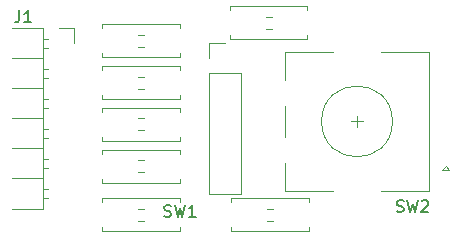
<source format=gbr>
%TF.GenerationSoftware,KiCad,Pcbnew,7.0.2*%
%TF.CreationDate,2023-05-26T20:55:18+09:00*%
%TF.ProjectId,Pmod_encoder,506d6f64-5f65-46e6-936f-6465722e6b69,rev?*%
%TF.SameCoordinates,Original*%
%TF.FileFunction,Legend,Top*%
%TF.FilePolarity,Positive*%
%FSLAX46Y46*%
G04 Gerber Fmt 4.6, Leading zero omitted, Abs format (unit mm)*
G04 Created by KiCad (PCBNEW 7.0.2) date 2023-05-26 20:55:18*
%MOMM*%
%LPD*%
G01*
G04 APERTURE LIST*
%ADD10C,0.150000*%
%ADD11C,0.120000*%
G04 APERTURE END LIST*
D10*
%TO.C,J1*%
X99175666Y-84060619D02*
X99175666Y-84774904D01*
X99175666Y-84774904D02*
X99128047Y-84917761D01*
X99128047Y-84917761D02*
X99032809Y-85013000D01*
X99032809Y-85013000D02*
X98889952Y-85060619D01*
X98889952Y-85060619D02*
X98794714Y-85060619D01*
X100175666Y-85060619D02*
X99604238Y-85060619D01*
X99889952Y-85060619D02*
X99889952Y-84060619D01*
X99889952Y-84060619D02*
X99794714Y-84203476D01*
X99794714Y-84203476D02*
X99699476Y-84298714D01*
X99699476Y-84298714D02*
X99604238Y-84346333D01*
%TO.C,SW1*%
X111442667Y-101507000D02*
X111585524Y-101554619D01*
X111585524Y-101554619D02*
X111823619Y-101554619D01*
X111823619Y-101554619D02*
X111918857Y-101507000D01*
X111918857Y-101507000D02*
X111966476Y-101459380D01*
X111966476Y-101459380D02*
X112014095Y-101364142D01*
X112014095Y-101364142D02*
X112014095Y-101268904D01*
X112014095Y-101268904D02*
X111966476Y-101173666D01*
X111966476Y-101173666D02*
X111918857Y-101126047D01*
X111918857Y-101126047D02*
X111823619Y-101078428D01*
X111823619Y-101078428D02*
X111633143Y-101030809D01*
X111633143Y-101030809D02*
X111537905Y-100983190D01*
X111537905Y-100983190D02*
X111490286Y-100935571D01*
X111490286Y-100935571D02*
X111442667Y-100840333D01*
X111442667Y-100840333D02*
X111442667Y-100745095D01*
X111442667Y-100745095D02*
X111490286Y-100649857D01*
X111490286Y-100649857D02*
X111537905Y-100602238D01*
X111537905Y-100602238D02*
X111633143Y-100554619D01*
X111633143Y-100554619D02*
X111871238Y-100554619D01*
X111871238Y-100554619D02*
X112014095Y-100602238D01*
X112347429Y-100554619D02*
X112585524Y-101554619D01*
X112585524Y-101554619D02*
X112776000Y-100840333D01*
X112776000Y-100840333D02*
X112966476Y-101554619D01*
X112966476Y-101554619D02*
X113204572Y-100554619D01*
X114109333Y-101554619D02*
X113537905Y-101554619D01*
X113823619Y-101554619D02*
X113823619Y-100554619D01*
X113823619Y-100554619D02*
X113728381Y-100697476D01*
X113728381Y-100697476D02*
X113633143Y-100792714D01*
X113633143Y-100792714D02*
X113537905Y-100840333D01*
%TO.C,SW2*%
X131128667Y-101087000D02*
X131271524Y-101134619D01*
X131271524Y-101134619D02*
X131509619Y-101134619D01*
X131509619Y-101134619D02*
X131604857Y-101087000D01*
X131604857Y-101087000D02*
X131652476Y-101039380D01*
X131652476Y-101039380D02*
X131700095Y-100944142D01*
X131700095Y-100944142D02*
X131700095Y-100848904D01*
X131700095Y-100848904D02*
X131652476Y-100753666D01*
X131652476Y-100753666D02*
X131604857Y-100706047D01*
X131604857Y-100706047D02*
X131509619Y-100658428D01*
X131509619Y-100658428D02*
X131319143Y-100610809D01*
X131319143Y-100610809D02*
X131223905Y-100563190D01*
X131223905Y-100563190D02*
X131176286Y-100515571D01*
X131176286Y-100515571D02*
X131128667Y-100420333D01*
X131128667Y-100420333D02*
X131128667Y-100325095D01*
X131128667Y-100325095D02*
X131176286Y-100229857D01*
X131176286Y-100229857D02*
X131223905Y-100182238D01*
X131223905Y-100182238D02*
X131319143Y-100134619D01*
X131319143Y-100134619D02*
X131557238Y-100134619D01*
X131557238Y-100134619D02*
X131700095Y-100182238D01*
X132033429Y-100134619D02*
X132271524Y-101134619D01*
X132271524Y-101134619D02*
X132462000Y-100420333D01*
X132462000Y-100420333D02*
X132652476Y-101134619D01*
X132652476Y-101134619D02*
X132890572Y-100134619D01*
X133223905Y-100229857D02*
X133271524Y-100182238D01*
X133271524Y-100182238D02*
X133366762Y-100134619D01*
X133366762Y-100134619D02*
X133604857Y-100134619D01*
X133604857Y-100134619D02*
X133700095Y-100182238D01*
X133700095Y-100182238D02*
X133747714Y-100229857D01*
X133747714Y-100229857D02*
X133795333Y-100325095D01*
X133795333Y-100325095D02*
X133795333Y-100420333D01*
X133795333Y-100420333D02*
X133747714Y-100563190D01*
X133747714Y-100563190D02*
X133176286Y-101134619D01*
X133176286Y-101134619D02*
X133795333Y-101134619D01*
D11*
%TO.C,J1*%
X98524000Y-85538000D02*
X101184000Y-85538000D01*
X101184000Y-85538000D02*
X101184000Y-100898000D01*
X101184000Y-88138000D02*
X98524000Y-88138000D01*
X101184000Y-90678000D02*
X98524000Y-90678000D01*
X101184000Y-93218000D02*
X98524000Y-93218000D01*
X101184000Y-95758000D02*
X98524000Y-95758000D01*
X101184000Y-98298000D02*
X98524000Y-98298000D01*
X101184000Y-100898000D02*
X98524000Y-100898000D01*
X101581071Y-86488000D02*
X101184000Y-86488000D01*
X101581071Y-87248000D02*
X101184000Y-87248000D01*
X101581071Y-89028000D02*
X101184000Y-89028000D01*
X101581071Y-89788000D02*
X101184000Y-89788000D01*
X101581071Y-91568000D02*
X101184000Y-91568000D01*
X101581071Y-92328000D02*
X101184000Y-92328000D01*
X101581071Y-94108000D02*
X101184000Y-94108000D01*
X101581071Y-94868000D02*
X101184000Y-94868000D01*
X101581071Y-96648000D02*
X101184000Y-96648000D01*
X101581071Y-97408000D02*
X101184000Y-97408000D01*
X101581071Y-99188000D02*
X101184000Y-99188000D01*
X101581071Y-99948000D02*
X101184000Y-99948000D01*
X103770000Y-85598000D02*
X102500000Y-85598000D01*
X103770000Y-86868000D02*
X103770000Y-85598000D01*
%TO.C,R1*%
X112744000Y-95096000D02*
X106204000Y-95096000D01*
X112744000Y-94766000D02*
X112744000Y-95096000D01*
X112744000Y-92686000D02*
X112744000Y-92356000D01*
X112744000Y-92356000D02*
X106204000Y-92356000D01*
X109728724Y-94217000D02*
X109219276Y-94217000D01*
X109728724Y-93172000D02*
X109219276Y-93172000D01*
X106204000Y-95096000D02*
X106204000Y-94766000D01*
X106204000Y-92356000D02*
X106204000Y-92686000D01*
%TO.C,R7*%
X117126000Y-99976000D02*
X123666000Y-99976000D01*
X117126000Y-100306000D02*
X117126000Y-99976000D01*
X117126000Y-102386000D02*
X117126000Y-102716000D01*
X117126000Y-102716000D02*
X123666000Y-102716000D01*
X120141276Y-100855000D02*
X120650724Y-100855000D01*
X120141276Y-101900000D02*
X120650724Y-101900000D01*
X123666000Y-99976000D02*
X123666000Y-100306000D01*
X123666000Y-102716000D02*
X123666000Y-102386000D01*
%TO.C,R4*%
X106204000Y-99976000D02*
X112744000Y-99976000D01*
X106204000Y-100306000D02*
X106204000Y-99976000D01*
X106204000Y-102386000D02*
X106204000Y-102716000D01*
X106204000Y-102716000D02*
X112744000Y-102716000D01*
X109219276Y-100855000D02*
X109728724Y-100855000D01*
X109219276Y-101900000D02*
X109728724Y-101900000D01*
X112744000Y-99976000D02*
X112744000Y-100306000D01*
X112744000Y-102716000D02*
X112744000Y-102386000D01*
%TO.C,R6*%
X112744000Y-98652000D02*
X106204000Y-98652000D01*
X112744000Y-98322000D02*
X112744000Y-98652000D01*
X112744000Y-96242000D02*
X112744000Y-95912000D01*
X112744000Y-95912000D02*
X106204000Y-95912000D01*
X109728724Y-97773000D02*
X109219276Y-97773000D01*
X109728724Y-96728000D02*
X109219276Y-96728000D01*
X106204000Y-98652000D02*
X106204000Y-98322000D01*
X106204000Y-95912000D02*
X106204000Y-96242000D01*
%TO.C,R3*%
X106204000Y-88800000D02*
X112744000Y-88800000D01*
X106204000Y-89130000D02*
X106204000Y-88800000D01*
X106204000Y-91210000D02*
X106204000Y-91540000D01*
X106204000Y-91540000D02*
X112744000Y-91540000D01*
X109219276Y-89679000D02*
X109728724Y-89679000D01*
X109219276Y-90724000D02*
X109728724Y-90724000D01*
X112744000Y-88800000D02*
X112744000Y-89130000D01*
X112744000Y-91540000D02*
X112744000Y-91210000D01*
%TO.C,R5*%
X117022500Y-83720000D02*
X123562500Y-83720000D01*
X117022500Y-84050000D02*
X117022500Y-83720000D01*
X117022500Y-86130000D02*
X117022500Y-86460000D01*
X117022500Y-86460000D02*
X123562500Y-86460000D01*
X120037776Y-84599000D02*
X120547224Y-84599000D01*
X120037776Y-85644000D02*
X120547224Y-85644000D01*
X123562500Y-83720000D02*
X123562500Y-84050000D01*
X123562500Y-86460000D02*
X123562500Y-86130000D01*
%TO.C,SW1*%
X115256000Y-86808000D02*
X116586000Y-86808000D01*
X115256000Y-88138000D02*
X115256000Y-86808000D01*
X115256000Y-89408000D02*
X115256000Y-99628000D01*
X115256000Y-89408000D02*
X117916000Y-89408000D01*
X115256000Y-99628000D02*
X117916000Y-99628000D01*
X117916000Y-89408000D02*
X117916000Y-99628000D01*
%TO.C,R2*%
X106204000Y-85244000D02*
X112744000Y-85244000D01*
X106204000Y-85574000D02*
X106204000Y-85244000D01*
X106204000Y-87654000D02*
X106204000Y-87984000D01*
X106204000Y-87984000D02*
X112744000Y-87984000D01*
X109219276Y-86123000D02*
X109728724Y-86123000D01*
X109219276Y-87168000D02*
X109728724Y-87168000D01*
X112744000Y-85244000D02*
X112744000Y-85574000D01*
X112744000Y-87984000D02*
X112744000Y-87654000D01*
%TO.C,SW2*%
X135562000Y-97572000D02*
X134962000Y-97572000D01*
X135262000Y-97272000D02*
X135562000Y-97572000D01*
X134962000Y-97572000D02*
X135262000Y-97272000D01*
X133862000Y-99372000D02*
X133862000Y-87572000D01*
X129762000Y-99372000D02*
X133862000Y-99372000D01*
X129762000Y-87572000D02*
X133862000Y-87572000D01*
X128262000Y-93472000D02*
X127262000Y-93472000D01*
X127762000Y-93972000D02*
X127762000Y-92972000D01*
X125762000Y-99372000D02*
X121662000Y-99372000D01*
X121662000Y-99372000D02*
X121662000Y-96972000D01*
X121662000Y-94772000D02*
X121662000Y-92172000D01*
X121662000Y-89972000D02*
X121662000Y-87572000D01*
X121662000Y-87572000D02*
X125762000Y-87572000D01*
X130762000Y-93472000D02*
G75*
G03*
X130762000Y-93472000I-3000000J0D01*
G01*
%TD*%
M02*

</source>
